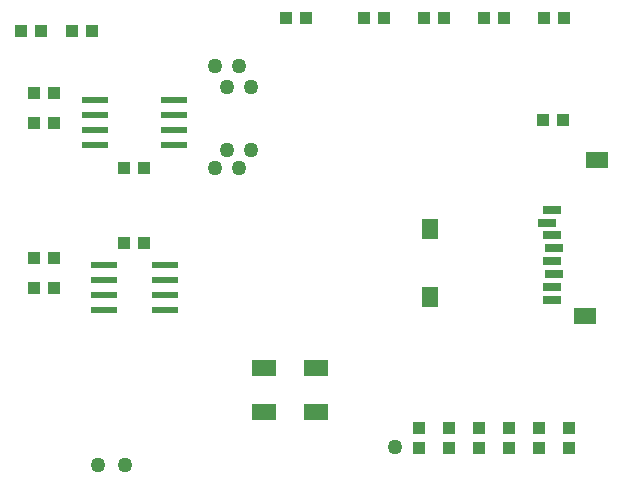
<source format=gtp>
G75*
%MOIN*%
%OFA0B0*%
%FSLAX25Y25*%
%IPPOS*%
%LPD*%
%AMOC8*
5,1,8,0,0,1.08239X$1,22.5*
%
%ADD10R,0.08700X0.02400*%
%ADD11R,0.03937X0.04331*%
%ADD12R,0.07874X0.05512*%
%ADD13R,0.08661X0.02362*%
%ADD14R,0.04331X0.03937*%
%ADD15R,0.07480X0.05512*%
%ADD16R,0.05512X0.07087*%
%ADD17R,0.05906X0.03150*%
%ADD18C,0.05000*%
D10*
X0096800Y0137500D03*
X0096800Y0142500D03*
X0096800Y0147500D03*
X0096800Y0152500D03*
X0123300Y0152500D03*
X0123300Y0147500D03*
X0123300Y0142500D03*
X0123300Y0137500D03*
D11*
X0113346Y0130000D03*
X0106654Y0130000D03*
X0083346Y0145000D03*
X0076654Y0145000D03*
X0076654Y0155000D03*
X0083346Y0155000D03*
X0078846Y0175500D03*
X0072154Y0175500D03*
X0089154Y0175500D03*
X0095846Y0175500D03*
X0160654Y0180000D03*
X0167346Y0180000D03*
X0186654Y0180000D03*
X0193346Y0180000D03*
X0206654Y0180000D03*
X0213346Y0180000D03*
X0226654Y0180000D03*
X0233346Y0180000D03*
X0246654Y0180000D03*
X0253346Y0180000D03*
X0252846Y0146000D03*
X0246154Y0146000D03*
X0113346Y0105000D03*
X0106654Y0105000D03*
X0083346Y0100000D03*
X0076654Y0100000D03*
X0076654Y0090000D03*
X0083346Y0090000D03*
D12*
X0153339Y0063480D03*
X0153339Y0048520D03*
X0170661Y0048520D03*
X0170661Y0063480D03*
D13*
X0120236Y0082500D03*
X0120236Y0087500D03*
X0120236Y0092500D03*
X0120236Y0097500D03*
X0099764Y0097500D03*
X0099764Y0092500D03*
X0099764Y0087500D03*
X0099764Y0082500D03*
D14*
X0205000Y0043346D03*
X0205000Y0036654D03*
X0215000Y0036654D03*
X0215000Y0043346D03*
X0225000Y0043346D03*
X0235000Y0043346D03*
X0235000Y0036654D03*
X0225000Y0036654D03*
X0245000Y0036654D03*
X0245000Y0043346D03*
X0255000Y0043346D03*
X0255000Y0036654D03*
D15*
X0260346Y0080803D03*
X0264283Y0132575D03*
D16*
X0208575Y0109543D03*
X0208575Y0087102D03*
D17*
X0249126Y0085921D03*
X0249126Y0090252D03*
X0249913Y0094583D03*
X0249126Y0098913D03*
X0249913Y0103244D03*
X0249126Y0107575D03*
X0247551Y0111709D03*
X0249126Y0116039D03*
D18*
X0098000Y0031000D03*
X0107000Y0031000D03*
X0197000Y0037000D03*
X0145000Y0130000D03*
X0141000Y0136000D03*
X0137000Y0130000D03*
X0149000Y0136000D03*
X0149000Y0157000D03*
X0141000Y0157000D03*
X0137000Y0164000D03*
X0145000Y0164000D03*
M02*

</source>
